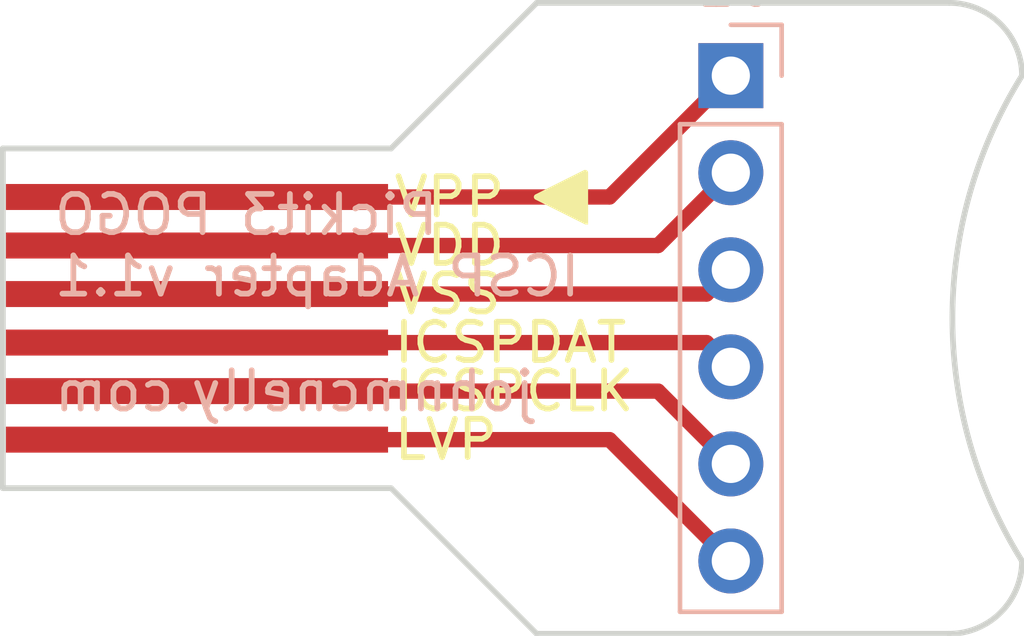
<source format=kicad_pcb>
(kicad_pcb (version 20171130) (host pcbnew "(5.0.2)-1")

  (general
    (thickness 1.6)
    (drawings 19)
    (tracks 12)
    (zones 0)
    (modules 2)
    (nets 7)
  )

  (page A4)
  (layers
    (0 F.Cu signal)
    (31 B.Cu signal hide)
    (32 B.Adhes user)
    (33 F.Adhes user)
    (34 B.Paste user)
    (35 F.Paste user)
    (36 B.SilkS user)
    (37 F.SilkS user)
    (38 B.Mask user)
    (39 F.Mask user)
    (40 Dwgs.User user)
    (41 Cmts.User user)
    (42 Eco1.User user)
    (43 Eco2.User user)
    (44 Edge.Cuts user)
    (45 Margin user)
    (46 B.CrtYd user)
    (47 F.CrtYd user)
    (48 B.Fab user)
    (49 F.Fab user)
  )

  (setup
    (last_trace_width 0.4)
    (user_trace_width 0.2)
    (user_trace_width 0.25)
    (user_trace_width 0.4)
    (trace_clearance 0.2)
    (zone_clearance 0.508)
    (zone_45_only no)
    (trace_min 0.2)
    (segment_width 0.2)
    (edge_width 0.15)
    (via_size 0.8)
    (via_drill 0.4)
    (via_min_size 0.4)
    (via_min_drill 0.3)
    (uvia_size 0.3)
    (uvia_drill 0.1)
    (uvias_allowed no)
    (uvia_min_size 0.2)
    (uvia_min_drill 0.1)
    (pcb_text_width 0.3)
    (pcb_text_size 1.5 1.5)
    (mod_edge_width 0.15)
    (mod_text_size 1 1)
    (mod_text_width 0.15)
    (pad_size 1.524 1.524)
    (pad_drill 0.762)
    (pad_to_mask_clearance 0.051)
    (solder_mask_min_width 0.25)
    (aux_axis_origin 0 0)
    (visible_elements 7FFFFFFF)
    (pcbplotparams
      (layerselection 0x010fc_ffffffff)
      (usegerberextensions false)
      (usegerberattributes false)
      (usegerberadvancedattributes false)
      (creategerberjobfile false)
      (excludeedgelayer true)
      (linewidth 0.100000)
      (plotframeref false)
      (viasonmask false)
      (mode 1)
      (useauxorigin false)
      (hpglpennumber 1)
      (hpglpenspeed 20)
      (hpglpendiameter 15.000000)
      (psnegative false)
      (psa4output false)
      (plotreference true)
      (plotvalue true)
      (plotinvisibletext false)
      (padsonsilk false)
      (subtractmaskfromsilk false)
      (outputformat 1)
      (mirror false)
      (drillshape 0)
      (scaleselection 1)
      (outputdirectory "plots/"))
  )

  (net 0 "")
  (net 1 /VSS)
  (net 2 /VPP)
  (net 3 /VDD)
  (net 4 /ICSPDAT)
  (net 5 /ICSPCLK)
  (net 6 /LVP)

  (net_class Default "This is the default net class."
    (clearance 0.2)
    (trace_width 0.25)
    (via_dia 0.8)
    (via_drill 0.4)
    (uvia_dia 0.3)
    (uvia_drill 0.1)
    (add_net /ICSPCLK)
    (add_net /ICSPDAT)
    (add_net /LVP)
    (add_net /VDD)
    (add_net /VPP)
    (add_net /VSS)
  )

  (module lib_fp:POGO_Adapter_01x06_1.27mm (layer F.Cu) (tedit 5CCEBA2D) (tstamp 5CE81840)
    (at 5.08 8.89 270)
    (path /5CCEB20D)
    (fp_text reference J2 (at 0 -6 270) (layer F.SilkS) hide
      (effects (font (size 1 1) (thickness 0.15)))
    )
    (fp_text value Conn_01x06 (at 0 -8 270) (layer F.Fab)
      (effects (font (size 1 1) (thickness 0.15)))
    )
    (pad 6 smd rect (at 2.54 0 270) (size 0.68 10) (layers F.Cu F.Paste F.Mask)
      (net 6 /LVP))
    (pad 5 smd rect (at 1.27 0 270) (size 0.68 10) (layers F.Cu F.Paste F.Mask)
      (net 5 /ICSPCLK))
    (pad 4 smd rect (at 0 0 270) (size 0.68 10) (layers F.Cu F.Paste F.Mask)
      (net 4 /ICSPDAT))
    (pad 3 smd rect (at -1.27 0 270) (size 0.68 10) (layers F.Cu F.Paste F.Mask)
      (net 1 /VSS))
    (pad 2 smd rect (at -2.54 0 270) (size 0.68 10) (layers F.Cu F.Paste F.Mask)
      (net 3 /VDD))
    (pad 1 smd rect (at -3.81 0 270) (size 0.68 10) (layers F.Cu F.Paste F.Mask)
      (net 2 /VPP))
    (model "${KIPRJMOD}/lib_3d/ICT 075.STEP"
      (offset (xyz 0 5 0.25))
      (scale (xyz 0.5 0.5 0.5))
      (rotate (xyz 0 0 180))
    )
    (model "${KIPRJMOD}/lib_3d/ICT 075.STEP"
      (offset (xyz 1.27 5 0.25))
      (scale (xyz 0.5 0.5 0.5))
      (rotate (xyz 0 0 180))
    )
    (model "${KIPRJMOD}/lib_3d/ICT 075.STEP"
      (offset (xyz -1.27 5 0.25))
      (scale (xyz 0.5 0.5 0.5))
      (rotate (xyz 0 0 180))
    )
    (model "${KIPRJMOD}/lib_3d/ICT 075.STEP"
      (offset (xyz -2.54 5 0.25))
      (scale (xyz 0.5 0.5 0.5))
      (rotate (xyz 0 0 180))
    )
    (model "${KIPRJMOD}/lib_3d/ICT 075.STEP"
      (offset (xyz 2.54 5 0.25))
      (scale (xyz 0.5 0.5 0.5))
      (rotate (xyz 0 0 180))
    )
    (model "${KIPRJMOD}/lib_3d/ICT 075.STEP"
      (offset (xyz -3.81 5 0.25))
      (scale (xyz 0.5 0.5 0.5))
      (rotate (xyz 0 0 180))
    )
  )

  (module Connector_PinHeader_2.54mm:PinHeader_1x06_P2.54mm_Vertical (layer B.Cu) (tedit 59FED5CC) (tstamp 5CCFABCE)
    (at 19.05 1.905 180)
    (descr "Through hole straight pin header, 1x06, 2.54mm pitch, single row")
    (tags "Through hole pin header THT 1x06 2.54mm single row")
    (path /5CCEB4B5)
    (fp_text reference J1 (at 0 2.33 180) (layer B.SilkS)
      (effects (font (size 1 1) (thickness 0.15)) (justify mirror))
    )
    (fp_text value Conn_01x06_Male (at 0 -15.03 180) (layer B.Fab)
      (effects (font (size 1 1) (thickness 0.15)) (justify mirror))
    )
    (fp_line (start -0.635 1.27) (end 1.27 1.27) (layer B.Fab) (width 0.1))
    (fp_line (start 1.27 1.27) (end 1.27 -13.97) (layer B.Fab) (width 0.1))
    (fp_line (start 1.27 -13.97) (end -1.27 -13.97) (layer B.Fab) (width 0.1))
    (fp_line (start -1.27 -13.97) (end -1.27 0.635) (layer B.Fab) (width 0.1))
    (fp_line (start -1.27 0.635) (end -0.635 1.27) (layer B.Fab) (width 0.1))
    (fp_line (start -1.33 -14.03) (end 1.33 -14.03) (layer B.SilkS) (width 0.12))
    (fp_line (start -1.33 -1.27) (end -1.33 -14.03) (layer B.SilkS) (width 0.12))
    (fp_line (start 1.33 -1.27) (end 1.33 -14.03) (layer B.SilkS) (width 0.12))
    (fp_line (start -1.33 -1.27) (end 1.33 -1.27) (layer B.SilkS) (width 0.12))
    (fp_line (start -1.33 0) (end -1.33 1.33) (layer B.SilkS) (width 0.12))
    (fp_line (start -1.33 1.33) (end 0 1.33) (layer B.SilkS) (width 0.12))
    (fp_line (start -1.8 1.8) (end -1.8 -14.5) (layer B.CrtYd) (width 0.05))
    (fp_line (start -1.8 -14.5) (end 1.8 -14.5) (layer B.CrtYd) (width 0.05))
    (fp_line (start 1.8 -14.5) (end 1.8 1.8) (layer B.CrtYd) (width 0.05))
    (fp_line (start 1.8 1.8) (end -1.8 1.8) (layer B.CrtYd) (width 0.05))
    (fp_text user %R (at 0 -6.35 90) (layer B.Fab)
      (effects (font (size 1 1) (thickness 0.15)) (justify mirror))
    )
    (pad 1 thru_hole rect (at 0 0 180) (size 1.7 1.7) (drill 1) (layers *.Cu *.Mask)
      (net 2 /VPP))
    (pad 2 thru_hole oval (at 0 -2.54 180) (size 1.7 1.7) (drill 1) (layers *.Cu *.Mask)
      (net 3 /VDD))
    (pad 3 thru_hole oval (at 0 -5.08 180) (size 1.7 1.7) (drill 1) (layers *.Cu *.Mask)
      (net 1 /VSS))
    (pad 4 thru_hole oval (at 0 -7.62 180) (size 1.7 1.7) (drill 1) (layers *.Cu *.Mask)
      (net 4 /ICSPDAT))
    (pad 5 thru_hole oval (at 0 -10.16 180) (size 1.7 1.7) (drill 1) (layers *.Cu *.Mask)
      (net 5 /ICSPCLK))
    (pad 6 thru_hole oval (at 0 -12.7 180) (size 1.7 1.7) (drill 1) (layers *.Cu *.Mask)
      (net 6 /LVP))
    (model ${KISYS3DMOD}/Connector_PinHeader_2.54mm.3dshapes/PinHeader_1x06_P2.54mm_Vertical.wrl
      (at (xyz 0 0 0))
      (scale (xyz 1 1 1))
      (rotate (xyz 0 0 0))
    )
  )

  (gr_arc (start 36.83 8.255) (end 26.670001 1.905001) (angle -64.01076642) (layer Edge.Cuts) (width 0.15))
  (gr_arc (start 24.765 14.605) (end 24.765 16.51) (angle -90) (layer Edge.Cuts) (width 0.15))
  (gr_arc (start 24.765 1.905) (end 26.67 1.905) (angle -90) (layer Edge.Cuts) (width 0.15))
  (gr_line (start 13.97 0) (end 10.16 3.81) (layer Edge.Cuts) (width 0.15))
  (gr_line (start 10.16 3.81) (end 0 3.81) (layer Edge.Cuts) (width 0.15))
  (gr_line (start 10.16 12.7) (end 13.97 16.51) (layer Edge.Cuts) (width 0.15))
  (gr_poly (pts (xy 13.97 5.08) (xy 15.24 4.445) (xy 15.24 5.715)) (layer F.SilkS) (width 0.15))
  (gr_text johnmcnelly.com (at 1.27 10.16) (layer B.SilkS)
    (effects (font (size 1 1) (thickness 0.15)) (justify right mirror))
  )
  (gr_text "Pickit3 POGO\nICSP Adapter v1.1" (at 1.27 6.35) (layer B.SilkS)
    (effects (font (size 1 1) (thickness 0.15)) (justify right mirror))
  )
  (gr_text LVP (at 10.16 11.43) (layer F.SilkS)
    (effects (font (size 1 1) (thickness 0.15)) (justify left))
  )
  (gr_text ICSPCLK (at 10.16 10.16) (layer F.SilkS)
    (effects (font (size 1 1) (thickness 0.15)) (justify left))
  )
  (gr_text ICSPDAT (at 10.16 8.89) (layer F.SilkS)
    (effects (font (size 1 1) (thickness 0.15)) (justify left))
  )
  (gr_text VSS (at 10.16 7.62) (layer F.SilkS)
    (effects (font (size 1 1) (thickness 0.15)) (justify left))
  )
  (gr_text VDD (at 10.16 6.35) (layer F.SilkS)
    (effects (font (size 1 1) (thickness 0.15)) (justify left))
  )
  (gr_text VPP (at 10.16 5.08) (layer F.SilkS)
    (effects (font (size 1 1) (thickness 0.15)) (justify left))
  )
  (gr_line (start 24.765 0) (end 13.97 0) (layer Edge.Cuts) (width 0.15))
  (gr_line (start 13.97 16.51) (end 24.765 16.51) (layer Edge.Cuts) (width 0.15))
  (gr_line (start 0 12.7) (end 10.16 12.7) (layer Edge.Cuts) (width 0.15))
  (gr_line (start 0 3.81) (end 0 12.7) (layer Edge.Cuts) (width 0.15))

  (segment (start 18.415 7.62) (end 19.05 6.985) (width 0.4) (layer F.Cu) (net 1))
  (segment (start 5.08 7.62) (end 18.415 7.62) (width 0.4) (layer F.Cu) (net 1))
  (segment (start 15.875 5.08) (end 19.05 1.905) (width 0.4) (layer F.Cu) (net 2))
  (segment (start 5.08 5.08) (end 15.875 5.08) (width 0.4) (layer F.Cu) (net 2))
  (segment (start 17.145 6.35) (end 19.05 4.445) (width 0.4) (layer F.Cu) (net 3))
  (segment (start 5.08 6.35) (end 17.145 6.35) (width 0.4) (layer F.Cu) (net 3))
  (segment (start 18.415 8.89) (end 19.05 9.525) (width 0.4) (layer F.Cu) (net 4))
  (segment (start 5.08 8.89) (end 18.415 8.89) (width 0.4) (layer F.Cu) (net 4))
  (segment (start 17.145 10.16) (end 19.05 12.065) (width 0.4) (layer F.Cu) (net 5))
  (segment (start 5.08 10.16) (end 17.145 10.16) (width 0.4) (layer F.Cu) (net 5))
  (segment (start 15.875 11.43) (end 19.05 14.605) (width 0.4) (layer F.Cu) (net 6))
  (segment (start 5.08 11.43) (end 15.875 11.43) (width 0.4) (layer F.Cu) (net 6))

  (zone (net 1) (net_name /VSS) (layer B.Cu) (tstamp 5D013B9C) (hatch edge 0.508)
    (connect_pads (clearance 0.508))
    (min_thickness 0.254)
    (fill yes (arc_segments 16) (thermal_gap 0.508) (thermal_bridge_width 0.508))
    (polygon
      (pts
        (xy 109.22 85.09) (xy 109.22 101.6) (xy 140.97 101.6) (xy 140.97 85.09)
      )
    )
  )
)

</source>
